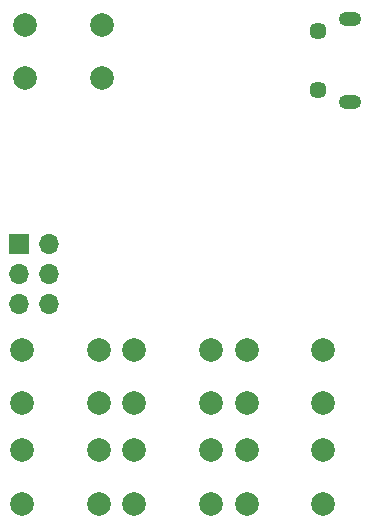
<source format=gbr>
%TF.GenerationSoftware,KiCad,Pcbnew,(6.0.11)*%
%TF.CreationDate,2023-02-27T16:04:50+00:00*%
%TF.ProjectId,HackSoc Workshop,4861636b-536f-4632-9057-6f726b73686f,rev?*%
%TF.SameCoordinates,Original*%
%TF.FileFunction,Soldermask,Bot*%
%TF.FilePolarity,Negative*%
%FSLAX46Y46*%
G04 Gerber Fmt 4.6, Leading zero omitted, Abs format (unit mm)*
G04 Created by KiCad (PCBNEW (6.0.11)) date 2023-02-27 16:04:50*
%MOMM*%
%LPD*%
G01*
G04 APERTURE LIST*
%ADD10R,1.700000X1.700000*%
%ADD11O,1.700000X1.700000*%
%ADD12C,2.000000*%
%ADD13O,1.900000X1.200000*%
%ADD14C,1.450000*%
G04 APERTURE END LIST*
D10*
%TO.C,J2*%
X76975000Y-83750000D03*
D11*
X79515000Y-83750000D03*
X76975000Y-86290000D03*
X79515000Y-86290000D03*
X76975000Y-88830000D03*
X79515000Y-88830000D03*
%TD*%
D12*
%TO.C,SW7*%
X96250000Y-101250000D03*
X102750000Y-101250000D03*
X96250000Y-105750000D03*
X102750000Y-105750000D03*
%TD*%
%TO.C,SW6*%
X86750000Y-101250000D03*
X93250000Y-101250000D03*
X86750000Y-105750000D03*
X93250000Y-105750000D03*
%TD*%
%TO.C,SW5*%
X77250000Y-101250000D03*
X83750000Y-101250000D03*
X77250000Y-105750000D03*
X83750000Y-105750000D03*
%TD*%
%TO.C,SW4*%
X96250000Y-92750000D03*
X102750000Y-92750000D03*
X96250000Y-97250000D03*
X102750000Y-97250000D03*
%TD*%
%TO.C,SW3*%
X86750000Y-92750000D03*
X93250000Y-92750000D03*
X86750000Y-97250000D03*
X93250000Y-97250000D03*
%TD*%
%TO.C,SW2*%
X77250000Y-92750000D03*
X83750000Y-92750000D03*
X77250000Y-97250000D03*
X83750000Y-97250000D03*
%TD*%
%TO.C,SW1*%
X77500000Y-65250000D03*
X84000000Y-65250000D03*
X77500000Y-69750000D03*
X84000000Y-69750000D03*
%TD*%
D13*
%TO.C,J1*%
X104987500Y-71750000D03*
D14*
X102287500Y-65750000D03*
X102287500Y-70750000D03*
D13*
X104987500Y-64750000D03*
%TD*%
M02*

</source>
